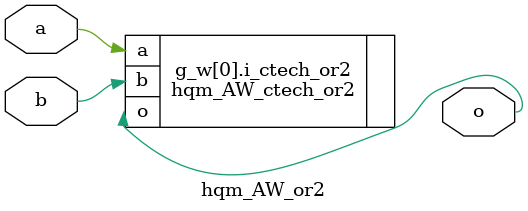
<source format=sv>

module hqm_AW_or2 #(

	 parameter WIDTH	= 1
) (
	 input	logic	[WIDTH-1:0]     a	
	,input	logic	[WIDTH-1:0]     b	

	,output	logic	[WIDTH-1:0]	o
);

//-----------------------------------------------------------------------------------------------------

// collage-pragma translate_off
genvar g;

generate
 for (g=0; g<WIDTH; g=g+1) begin: g_w
  hqm_AW_ctech_or2 i_ctech_or2 (.a(a[g]), .b(b[g]), .o(o[g]));
 end
endgenerate

// collage-pragma translate_on
endmodule // hqm_AW_or2


</source>
